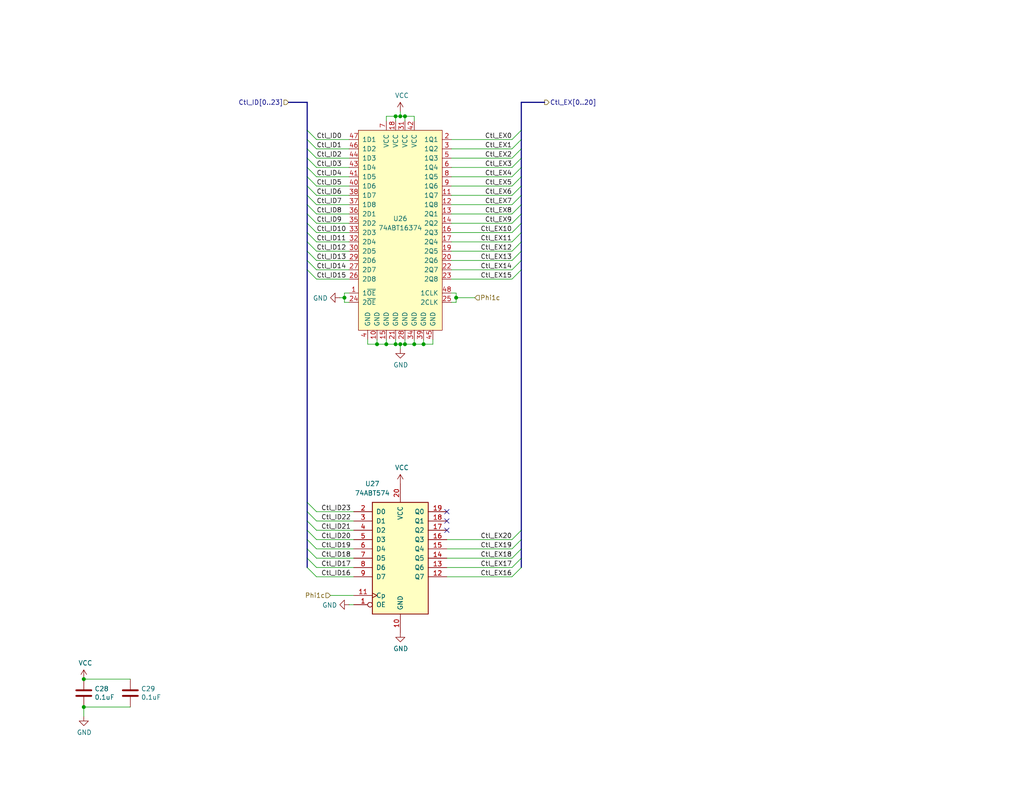
<source format=kicad_sch>
(kicad_sch (version 20250114) (generator "eeschema") (generator_version "9.0")
  (paper "USLetter")
  (title_block (title "ID/EX Control Register") (date "2025-07-01") (rev "A"))
  (lib_symbols
    (symbol "Device:C" (pin_numbers (hide yes)) (pin_names (offset 0.254))
      (property "Reference" "C" (at 0.635 2.54 0))
      (property "Value" "C" (at 0.635 -2.54 0))
      (symbol "C_0_1"
        (polyline (pts (xy -2.032 0.762) (xy 2.032 0.762)) (stroke (width 0.508)))
        (polyline (pts (xy -2.032 -0.762) (xy 2.032 -0.762)) (stroke (width 0.508)))
      )
      (symbol "C_1_1"
        (pin passive line (at 0 3.81 270) (length 2.794) (name "~") (number "1"))
        (pin passive line (at 0 -3.81 90) (length 2.794) (name "~") (number "2"))
      )
    )
    (symbol "Turtle16:74ABT16374" (pin_names (offset 1.016))
      (symbol "74ABT16374_0_0"
        (pin input line (at -13.97 21.59 0) (length 2.54) (name "1D1") (number "47"))
        (pin input line (at -13.97 19.05 0) (length 2.54) (name "1D2") (number "46"))
        (pin input line (at -13.97 16.51 0) (length 2.54) (name "1D3") (number "44"))
        (pin input line (at -13.97 13.97 0) (length 2.54) (name "1D4") (number "43"))
        (pin input line (at -13.97 11.43 0) (length 2.54) (name "1D5") (number "41"))
        (pin input line (at -13.97 8.89 0) (length 2.54) (name "1D6") (number "40"))
        (pin input line (at -13.97 6.35 0) (length 2.54) (name "1D7") (number "38"))
        (pin input line (at -13.97 3.81 0) (length 2.54) (name "1D8") (number "37"))
        (pin input line (at -13.97 1.27 0) (length 2.54) (name "2D1") (number "36"))
        (pin input line (at -13.97 -1.27 0) (length 2.54) (name "2D2") (number "35"))
        (pin input line (at -13.97 -3.81 0) (length 2.54) (name "2D3") (number "33"))
        (pin input line (at -13.97 -6.35 0) (length 2.54) (name "2D4") (number "32"))
        (pin input line (at -13.97 -8.89 0) (length 2.54) (name "2D5") (number "30"))
        (pin input line (at -13.97 -11.43 0) (length 2.54) (name "2D6") (number "29"))
        (pin input line (at -13.97 -13.97 0) (length 2.54) (name "2D7") (number "27"))
        (pin input line (at -13.97 -16.51 0) (length 2.54) (name "2D8") (number "26"))
        (pin input line (at -13.97 -20.32 0) (length 2.54) (name "1~{OE}") (number "1"))
        (pin input line (at -13.97 -22.86 0) (length 2.54) (name "2~{OE}") (number "24"))
        (pin power_in line (at -8.89 -33.02 90) (length 2.54) (name "GND") (number "4"))
        (pin power_in line (at -6.35 -33.02 90) (length 2.54) (name "GND") (number "10"))
        (pin power_in line (at -3.81 26.67 270) (length 2.54) (name "VCC") (number "7"))
        (pin power_in line (at -3.81 -33.02 90) (length 2.54) (name "GND") (number "15"))
        (pin power_in line (at -1.27 26.67 270) (length 2.54) (name "VCC") (number "18"))
        (pin power_in line (at -1.27 -33.02 90) (length 2.54) (name "GND") (number "21"))
        (pin power_in line (at 1.27 26.67 270) (length 2.54) (name "VCC") (number "31"))
        (pin power_in line (at 1.27 -33.02 90) (length 2.54) (name "GND") (number "28"))
        (pin power_in line (at 3.81 26.67 270) (length 2.54) (name "VCC") (number "42"))
        (pin power_in line (at 3.81 -33.02 90) (length 2.54) (name "GND") (number "34"))
        (pin power_in line (at 6.35 -33.02 90) (length 2.54) (name "GND") (number "39"))
        (pin power_in line (at 8.89 -33.02 90) (length 2.54) (name "GND") (number "45"))
        (pin tri_state line (at 13.97 21.59 180) (length 2.54) (name "1Q1") (number "2"))
        (pin tri_state line (at 13.97 19.05 180) (length 2.54) (name "1Q2") (number "3"))
        (pin tri_state line (at 13.97 16.51 180) (length 2.54) (name "1Q3") (number "5"))
        (pin tri_state line (at 13.97 13.97 180) (length 2.54) (name "1Q4") (number "6"))
        (pin tri_state line (at 13.97 11.43 180) (length 2.54) (name "1Q5") (number "8"))
        (pin tri_state line (at 13.97 8.89 180) (length 2.54) (name "1Q6") (number "9"))
        (pin tri_state line (at 13.97 6.35 180) (length 2.54) (name "1Q7") (number "11"))
        (pin tri_state line (at 13.97 3.81 180) (length 2.54) (name "1Q8") (number "12"))
        (pin tri_state line (at 13.97 1.27 180) (length 2.54) (name "2Q1") (number "13"))
        (pin tri_state line (at 13.97 -1.27 180) (length 2.54) (name "2Q2") (number "14"))
        (pin tri_state line (at 13.97 -3.81 180) (length 2.54) (name "2Q3") (number "16"))
        (pin tri_state line (at 13.97 -6.35 180) (length 2.54) (name "2Q4") (number "17"))
        (pin tri_state line (at 13.97 -8.89 180) (length 2.54) (name "2Q5") (number "19"))
        (pin tri_state line (at 13.97 -11.43 180) (length 2.54) (name "2Q6") (number "20"))
        (pin tri_state line (at 13.97 -13.97 180) (length 2.54) (name "2Q7") (number "22"))
        (pin tri_state line (at 13.97 -16.51 180) (length 2.54) (name "2Q8") (number "23"))
        (pin input line (at 13.97 -20.32 180) (length 2.54) (name "1CLK") (number "48"))
        (pin input line (at 13.97 -22.86 180) (length 2.54) (name "2CLK") (number "25"))
      )
      (symbol "74ABT16374_0_1"
        (rectangle (start -11.43 24.13) (end 11.43 -30.48) (fill (type background)))
      )
    )
    (symbol "Turtle16:74ABT574" (pin_names (offset 1.016))
      (property "Reference" "U" (at -7.62 16.51 0))
      (property "Value" "74ABT574" (at -7.62 -16.51 0))
      (symbol "74ABT574_1_0"
        (pin input line (at -12.7 12.7 0) (length 5.08) (name "D0") (number "2"))
        (pin input line (at -12.7 10.16 0) (length 5.08) (name "D1") (number "3"))
        (pin input line (at -12.7 7.62 0) (length 5.08) (name "D2") (number "4"))
        (pin input line (at -12.7 5.08 0) (length 5.08) (name "D3") (number "5"))
        (pin input line (at -12.7 2.54 0) (length 5.08) (name "D4") (number "6"))
        (pin input line (at -12.7 0 0) (length 5.08) (name "D5") (number "7"))
        (pin input line (at -12.7 -2.54 0) (length 5.08) (name "D6") (number "8"))
        (pin input line (at -12.7 -5.08 0) (length 5.08) (name "D7") (number "9"))
        (pin input clock (at -12.7 -10.16 0) (length 5.08) (name "Cp") (number "11"))
        (pin input inverted (at -12.7 -12.7 0) (length 5.08) (name "OE") (number "1"))
        (pin power_in line (at 0 20.32 270) (length 5.08) (name "VCC") (number "20"))
        (pin power_in line (at 0 -20.32 90) (length 5.08) (name "GND") (number "10"))
        (pin tri_state line (at 12.7 12.7 180) (length 5.08) (name "Q0") (number "19"))
        (pin tri_state line (at 12.7 10.16 180) (length 5.08) (name "Q1") (number "18"))
        (pin tri_state line (at 12.7 7.62 180) (length 5.08) (name "Q2") (number "17"))
        (pin tri_state line (at 12.7 5.08 180) (length 5.08) (name "Q3") (number "16"))
        (pin tri_state line (at 12.7 2.54 180) (length 5.08) (name "Q4") (number "15"))
        (pin tri_state line (at 12.7 0 180) (length 5.08) (name "Q5") (number "14"))
        (pin tri_state line (at 12.7 -2.54 180) (length 5.08) (name "Q6") (number "13"))
        (pin tri_state line (at 12.7 -5.08 180) (length 5.08) (name "Q7") (number "12"))
      )
      (symbol "74ABT574_1_1"
        (rectangle (start -7.62 15.24) (end 7.62 -15.24) (stroke (width 0.254)) (fill (type background)))
      )
    )
    (symbol "power:GND" (power) (pin_numbers (hide yes)) (pin_names (offset 0) (hide yes))
      (property "Value" "GND" (at 0 -3.81 0))
      (symbol "GND_0_1"
        (polyline (pts (xy 0 0) (xy 0 -1.27) (xy 1.27 -1.27) (xy 0 -2.54) (xy -1.27 -1.27) (xy 0 -1.27)))
      )
      (symbol "GND_1_1"
        (pin power_in line (at 0 0 270) (length 0) (name "~") (number "1"))
      )
    )
    (symbol "power:VCC" (power) (pin_numbers (hide yes)) (pin_names (offset 0) (hide yes))
      (property "Value" "VCC" (at 0 3.556 0))
      (symbol "VCC_0_1"
        (polyline (pts (xy -0.762 1.27) (xy 0 2.54)))
        (polyline (pts (xy 0 2.54) (xy 0.762 1.27)))
        (polyline (pts (xy 0 0) (xy 0 2.54)))
      )
      (symbol "VCC_1_1"
        (pin power_in line (at 0 0 90) (length 0) (name "~") (number "1"))
      )
    )
  )
  (junction (at 110.49 31.75))
  (junction (at 110.49 93.98))
  (junction (at 107.95 31.75))
  (junction (at 22.86 193.04))
  (junction (at 93.98 81.28))
  (junction (at 22.86 185.42))
  (junction (at 124.46 81.28))
  (junction (at 107.95 93.98))
  (junction (at 109.22 31.75))
  (junction (at 109.22 93.98))
  (junction (at 105.41 93.98))
  (junction (at 102.87 93.98))
  (junction (at 113.03 93.98))
  (junction (at 115.57 93.98))
  (no_connect (at 121.92 139.7))
  (no_connect (at 121.92 142.24))
  (no_connect (at 121.92 144.78))
  (bus_entry (at 142.24 53.34) (size -2.54 2.54))
  (bus_entry (at 83.82 55.88) (size 2.54 2.54))
  (bus_entry (at 142.24 68.58) (size -2.54 2.54))
  (bus_entry (at 83.82 58.42) (size 2.54 2.54))
  (bus_entry (at 142.24 43.18) (size -2.54 2.54))
  (bus_entry (at 83.82 152.4) (size 2.54 2.54))
  (bus_entry (at 83.82 144.78) (size 2.54 2.54))
  (bus_entry (at 142.24 38.1) (size -2.54 2.54))
  (bus_entry (at 142.24 152.4) (size -2.54 2.54))
  (bus_entry (at 142.24 71.12) (size -2.54 2.54))
  (bus_entry (at 142.24 40.64) (size -2.54 2.54))
  (bus_entry (at 83.82 60.96) (size 2.54 2.54))
  (bus_entry (at 83.82 43.18) (size 2.54 2.54))
  (bus_entry (at 83.82 137.16) (size 2.54 2.54))
  (bus_entry (at 83.82 139.7) (size 2.54 2.54))
  (bus_entry (at 83.82 142.24) (size 2.54 2.54))
  (bus_entry (at 142.24 35.56) (size -2.54 2.54))
  (bus_entry (at 83.82 63.5) (size 2.54 2.54))
  (bus_entry (at 142.24 50.8) (size -2.54 2.54))
  (bus_entry (at 142.24 60.96) (size -2.54 2.54))
  (bus_entry (at 83.82 147.32) (size 2.54 2.54))
  (bus_entry (at 83.82 48.26) (size 2.54 2.54))
  (bus_entry (at 83.82 38.1) (size 2.54 2.54))
  (bus_entry (at 142.24 63.5) (size -2.54 2.54))
  (bus_entry (at 83.82 35.56) (size 2.54 2.54))
  (bus_entry (at 83.82 53.34) (size 2.54 2.54))
  (bus_entry (at 83.82 45.72) (size 2.54 2.54))
  (bus_entry (at 83.82 68.58) (size 2.54 2.54))
  (bus_entry (at 142.24 48.26) (size -2.54 2.54))
  (bus_entry (at 142.24 154.94) (size -2.54 2.54))
  (bus_entry (at 142.24 149.86) (size -2.54 2.54))
  (bus_entry (at 142.24 45.72) (size -2.54 2.54))
  (bus_entry (at 142.24 58.42) (size -2.54 2.54))
  (bus_entry (at 83.82 149.86) (size 2.54 2.54))
  (bus_entry (at 142.24 66.04) (size -2.54 2.54))
  (bus_entry (at 142.24 55.88) (size -2.54 2.54))
  (bus_entry (at 142.24 147.32) (size -2.54 2.54))
  (bus_entry (at 83.82 50.8) (size 2.54 2.54))
  (bus_entry (at 142.24 144.78) (size -2.54 2.54))
  (bus_entry (at 83.82 66.04) (size 2.54 2.54))
  (bus_entry (at 83.82 71.12) (size 2.54 2.54))
  (bus_entry (at 83.82 154.94) (size 2.54 2.54))
  (bus_entry (at 83.82 40.64) (size 2.54 2.54))
  (bus_entry (at 83.82 73.66) (size 2.54 2.54))
  (bus_entry (at 142.24 73.66) (size -2.54 2.54))
  (wire (pts (xy 86.36 43.18) (xy 95.25 43.18)))
  (bus (pts (xy 83.82 38.1) (xy 83.82 40.64)))
  (wire (pts (xy 139.7 154.94) (xy 121.92 154.94)))
  (wire (pts (xy 124.46 82.55) (xy 123.19 82.55)))
  (bus (pts (xy 83.82 27.94) (xy 83.82 35.56)))
  (wire (pts (xy 100.33 92.71) (xy 100.33 93.98)))
  (bus (pts (xy 142.24 27.94) (xy 142.24 35.56)))
  (wire (pts (xy 139.7 60.96) (xy 123.19 60.96)))
  (wire (pts (xy 139.7 38.1) (xy 123.19 38.1)))
  (wire (pts (xy 115.57 92.71) (xy 115.57 93.98)))
  (wire (pts (xy 107.95 93.98) (xy 109.22 93.98)))
  (wire (pts (xy 35.56 193.04) (xy 22.86 193.04)))
  (wire (pts (xy 86.36 53.34) (xy 95.25 53.34)))
  (wire (pts (xy 107.95 31.75) (xy 109.22 31.75)))
  (wire (pts (xy 86.36 68.58) (xy 95.25 68.58)))
  (bus (pts (xy 83.82 35.56) (xy 83.82 38.1)))
  (wire (pts (xy 86.36 66.04) (xy 95.25 66.04)))
  (bus (pts (xy 142.24 45.72) (xy 142.24 48.26)))
  (wire (pts (xy 139.7 157.48) (xy 121.92 157.48)))
  (bus (pts (xy 83.82 152.4) (xy 83.82 154.94)))
  (wire (pts (xy 86.36 55.88) (xy 95.25 55.88)))
  (wire (pts (xy 109.22 93.98) (xy 109.22 95.25)))
  (wire (pts (xy 139.7 55.88) (xy 123.19 55.88)))
  (bus (pts (xy 83.82 137.16) (xy 83.82 139.7)))
  (wire (pts (xy 113.03 31.75) (xy 113.03 33.02)))
  (wire (pts (xy 139.7 43.18) (xy 123.19 43.18)))
  (wire (pts (xy 93.98 81.28) (xy 93.98 82.55)))
  (wire (pts (xy 109.22 31.75) (xy 110.49 31.75)))
  (bus (pts (xy 142.24 53.34) (xy 142.24 55.88)))
  (wire (pts (xy 109.22 93.98) (xy 110.49 93.98)))
  (bus (pts (xy 83.82 43.18) (xy 83.82 45.72)))
  (bus (pts (xy 142.24 35.56) (xy 142.24 38.1)))
  (wire (pts (xy 139.7 66.04) (xy 123.19 66.04)))
  (bus (pts (xy 142.24 149.86) (xy 142.24 152.4)))
  (bus (pts (xy 142.24 55.88) (xy 142.24 58.42)))
  (bus (pts (xy 83.82 68.58) (xy 83.82 71.12)))
  (bus (pts (xy 142.24 40.64) (xy 142.24 43.18)))
  (bus (pts (xy 142.24 147.32) (xy 142.24 149.86)))
  (wire (pts (xy 105.41 92.71) (xy 105.41 93.98)))
  (wire (pts (xy 139.7 53.34) (xy 123.19 53.34)))
  (bus (pts (xy 83.82 144.78) (xy 83.82 147.32)))
  (wire (pts (xy 86.36 73.66) (xy 95.25 73.66)))
  (wire (pts (xy 86.36 144.78) (xy 96.52 144.78)))
  (bus (pts (xy 83.82 63.5) (xy 83.82 66.04)))
  (wire (pts (xy 102.87 92.71) (xy 102.87 93.98)))
  (wire (pts (xy 86.36 63.5) (xy 95.25 63.5)))
  (wire (pts (xy 110.49 93.98) (xy 113.03 93.98)))
  (wire (pts (xy 86.36 58.42) (xy 95.25 58.42)))
  (bus (pts (xy 148.59 27.94) (xy 142.24 27.94)))
  (wire (pts (xy 86.36 149.86) (xy 96.52 149.86)))
  (wire (pts (xy 139.7 147.32) (xy 121.92 147.32)))
  (wire (pts (xy 139.7 152.4) (xy 121.92 152.4)))
  (bus (pts (xy 142.24 63.5) (xy 142.24 66.04)))
  (wire (pts (xy 86.36 76.2) (xy 95.25 76.2)))
  (bus (pts (xy 142.24 73.66) (xy 142.24 144.78)))
  (wire (pts (xy 86.36 45.72) (xy 95.25 45.72)))
  (bus (pts (xy 142.24 66.04) (xy 142.24 68.58)))
  (wire (pts (xy 22.86 195.58) (xy 22.86 193.04)))
  (wire (pts (xy 86.36 71.12) (xy 95.25 71.12)))
  (wire (pts (xy 123.19 80.01) (xy 124.46 80.01)))
  (wire (pts (xy 86.36 147.32) (xy 96.52 147.32)))
  (wire (pts (xy 93.98 80.01) (xy 93.98 81.28)))
  (wire (pts (xy 109.22 30.48) (xy 109.22 31.75)))
  (bus (pts (xy 142.24 58.42) (xy 142.24 60.96)))
  (wire (pts (xy 86.36 38.1) (xy 95.25 38.1)))
  (wire (pts (xy 110.49 31.75) (xy 113.03 31.75)))
  (wire (pts (xy 118.11 93.98) (xy 118.11 92.71)))
  (wire (pts (xy 86.36 157.48) (xy 96.52 157.48)))
  (bus (pts (xy 142.24 152.4) (xy 142.24 154.94)))
  (wire (pts (xy 139.7 50.8) (xy 123.19 50.8)))
  (wire (pts (xy 102.87 93.98) (xy 105.41 93.98)))
  (wire (pts (xy 90.17 162.56) (xy 96.52 162.56)))
  (wire (pts (xy 107.95 92.71) (xy 107.95 93.98)))
  (bus (pts (xy 83.82 50.8) (xy 83.82 53.34)))
  (bus (pts (xy 83.82 71.12) (xy 83.82 73.66)))
  (wire (pts (xy 107.95 33.02) (xy 107.95 31.75)))
  (bus (pts (xy 83.82 73.66) (xy 83.82 137.16)))
  (wire (pts (xy 124.46 81.28) (xy 129.54 81.28)))
  (wire (pts (xy 110.49 92.71) (xy 110.49 93.98)))
  (wire (pts (xy 86.36 48.26) (xy 95.25 48.26)))
  (wire (pts (xy 86.36 142.24) (xy 96.52 142.24)))
  (wire (pts (xy 86.36 152.4) (xy 96.52 152.4)))
  (bus (pts (xy 142.24 43.18) (xy 142.24 45.72)))
  (wire (pts (xy 105.41 33.02) (xy 105.41 31.75)))
  (bus (pts (xy 83.82 149.86) (xy 83.82 152.4)))
  (wire (pts (xy 113.03 93.98) (xy 115.57 93.98)))
  (bus (pts (xy 142.24 38.1) (xy 142.24 40.64)))
  (wire (pts (xy 93.98 81.28) (xy 92.71 81.28)))
  (wire (pts (xy 139.7 63.5) (xy 123.19 63.5)))
  (bus (pts (xy 83.82 45.72) (xy 83.82 48.26)))
  (wire (pts (xy 105.41 93.98) (xy 107.95 93.98)))
  (bus (pts (xy 83.82 53.34) (xy 83.82 55.88)))
  (wire (pts (xy 139.7 48.26) (xy 123.19 48.26)))
  (bus (pts (xy 142.24 144.78) (xy 142.24 147.32)))
  (wire (pts (xy 100.33 93.98) (xy 102.87 93.98)))
  (wire (pts (xy 115.57 93.98) (xy 118.11 93.98)))
  (bus (pts (xy 78.74 27.94) (xy 83.82 27.94)))
  (bus (pts (xy 83.82 142.24) (xy 83.82 144.78)))
  (wire (pts (xy 139.7 68.58) (xy 123.19 68.58)))
  (wire (pts (xy 113.03 92.71) (xy 113.03 93.98)))
  (wire (pts (xy 139.7 45.72) (xy 123.19 45.72)))
  (bus (pts (xy 83.82 48.26) (xy 83.82 50.8)))
  (bus (pts (xy 83.82 40.64) (xy 83.82 43.18)))
  (wire (pts (xy 110.49 33.02) (xy 110.49 31.75)))
  (bus (pts (xy 83.82 147.32) (xy 83.82 149.86)))
  (wire (pts (xy 95.25 165.1) (xy 96.52 165.1)))
  (wire (pts (xy 139.7 40.64) (xy 123.19 40.64)))
  (bus (pts (xy 83.82 66.04) (xy 83.82 68.58)))
  (bus (pts (xy 142.24 48.26) (xy 142.24 50.8)))
  (bus (pts (xy 142.24 71.12) (xy 142.24 73.66)))
  (bus (pts (xy 83.82 139.7) (xy 83.82 142.24)))
  (wire (pts (xy 95.25 80.01) (xy 93.98 80.01)))
  (wire (pts (xy 86.36 40.64) (xy 95.25 40.64)))
  (wire (pts (xy 22.86 185.42) (xy 35.56 185.42)))
  (wire (pts (xy 86.36 139.7) (xy 96.52 139.7)))
  (bus (pts (xy 142.24 68.58) (xy 142.24 71.12)))
  (bus (pts (xy 83.82 58.42) (xy 83.82 60.96)))
  (wire (pts (xy 139.7 149.86) (xy 121.92 149.86)))
  (wire (pts (xy 124.46 80.01) (xy 124.46 81.28)))
  (bus (pts (xy 83.82 60.96) (xy 83.82 63.5)))
  (wire (pts (xy 139.7 76.2) (xy 123.19 76.2)))
  (wire (pts (xy 86.36 50.8) (xy 95.25 50.8)))
  (wire (pts (xy 139.7 71.12) (xy 123.19 71.12)))
  (bus (pts (xy 83.82 55.88) (xy 83.82 58.42)))
  (bus (pts (xy 142.24 50.8) (xy 142.24 53.34)))
  (wire (pts (xy 93.98 82.55) (xy 95.25 82.55)))
  (wire (pts (xy 105.41 31.75) (xy 107.95 31.75)))
  (wire (pts (xy 139.7 58.42) (xy 123.19 58.42)))
  (wire (pts (xy 86.36 154.94) (xy 96.52 154.94)))
  (wire (pts (xy 139.7 73.66) (xy 123.19 73.66)))
  (wire (pts (xy 124.46 81.28) (xy 124.46 82.55)))
  (wire (pts (xy 86.36 60.96) (xy 95.25 60.96)))
  (bus (pts (xy 142.24 60.96) (xy 142.24 63.5)))
  (label "Ctl_EX0" (at 139.7 38.1 180))
  (label "Ctl_EX11" (at 139.7 66.04 180))
  (label "Ctl_EX8" (at 139.7 58.42 180))
  (label "Ctl_ID14" (at 86.36 73.66 0))
  (label "Ctl_ID12" (at 86.36 68.58 0))
  (label "Ctl_EX9" (at 139.7 60.96 180))
  (label "Ctl_ID17" (at 87.63 154.94 0))
  (label "Ctl_EX10" (at 139.7 63.5 180))
  (label "Ctl_EX16" (at 139.7 157.48 180))
  (label "Ctl_ID7" (at 86.36 55.88 0))
  (label "Ctl_ID0" (at 86.36 38.1 0))
  (label "Ctl_ID3" (at 86.36 45.72 0))
  (label "Ctl_EX18" (at 139.7 152.4 180))
  (label "Ctl_EX12" (at 139.7 68.58 180))
  (label "Ctl_ID22" (at 87.63 142.24 0))
  (label "Ctl_EX20" (at 139.7 147.32 180))
  (label "Ctl_EX15" (at 139.7 76.2 180))
  (label "Ctl_ID21" (at 87.63 144.78 0))
  (label "Ctl_ID2" (at 86.36 43.18 0))
  (label "Ctl_ID15" (at 86.36 76.2 0))
  (label "Ctl_EX5" (at 139.7 50.8 180))
  (label "Ctl_ID13" (at 86.36 71.12 0))
  (label "Ctl_ID4" (at 86.36 48.26 0))
  (label "Ctl_EX7" (at 139.7 55.88 180))
  (label "Ctl_EX17" (at 139.7 154.94 180))
  (label "Ctl_EX1" (at 139.7 40.64 180))
  (label "Ctl_ID11" (at 86.36 66.04 0))
  (label "Ctl_EX2" (at 139.7 43.18 180))
  (label "Ctl_ID16" (at 87.63 157.48 0))
  (label "Ctl_ID6" (at 86.36 53.34 0))
  (label "Ctl_ID1" (at 86.36 40.64 0))
  (label "Ctl_ID8" (at 86.36 58.42 0))
  (label "Ctl_EX6" (at 139.7 53.34 180))
  (label "Ctl_ID20" (at 87.63 147.32 0))
  (label "Ctl_ID18" (at 87.63 152.4 0))
  (label "Ctl_ID19" (at 87.63 149.86 0))
  (label "Ctl_EX3" (at 139.7 45.72 180))
  (label "Ctl_ID10" (at 86.36 63.5 0))
  (label "Ctl_ID9" (at 86.36 60.96 0))
  (label "Ctl_EX4" (at 139.7 48.26 180))
  (label "Ctl_ID23" (at 87.63 139.7 0))
  (label "Ctl_EX19" (at 139.7 149.86 180))
  (label "Ctl_ID5" (at 86.36 50.8 0))
  (label "Ctl_EX14" (at 139.7 73.66 180))
  (label "Ctl_EX13" (at 139.7 71.12 180))
  (hierarchical_label "Ctl_ID[0..23]" (shape input) (at 78.74 27.94 180))
  (hierarchical_label "Phi1c" (shape input) (at 129.54 81.28 0))
  (hierarchical_label "Ctl_EX[0..20]" (shape output) (at 148.59 27.94 0))
  (hierarchical_label "Phi1c" (shape input) (at 90.17 162.56 180))
  (symbol (lib_id "Device:C") (at 22.86 189.23 0) (unit 1)
    (property "Reference" "C28" (at 25.781 188.0616 0) (effects (justify left)))
    (property "Value" "0.1uF" (at 25.781 190.373 0) (effects (justify left)))
    (property "Footprint" "Capacitor_SMD:C_0603_1608Metric" (effects (hide yes)))
    (property "Datasheet" "https://www.mouser.com/datasheet/2/396/taiyo_yuden_12132018_mlcc11_hq_e-1510082.pdf" (effects (hide yes)))
    (property "Manufacturer" "Taiyo Yuden" (effects (hide yes)))
    (property "Manufacturer#" "EMK107B7104KAHT" (effects (hide yes)))
    (property "Mouser#" "963-EMK107B7104KAHT" (effects (hide yes)))
    (property "Digikey#" "587-6004-1-ND" (effects (hide yes)))
    (instances (project "" (path "" (reference "C28") (unit 1))) (project "" (path "" (reference "C15") (unit 1))))
  )
  (symbol (lib_id "power:VCC") (at 22.86 185.42 0) (unit 1)
    (property "Reference" "#PWR0590" (effects (hide yes)))
    (property "Value" "VCC" (at 23.2918 181.0258 0))
    (property "Description" "Power symbol creates a global label with name \"VCC\"" (effects (hide yes)))
    (instances (project "" (path "" (reference "#PWR0590") (unit 1))) (project "" (path "" (reference "#PWR068") (unit 1))))
  )
  (symbol (lib_id "power:GND") (at 22.86 195.58 0) (unit 1)
    (property "Reference" "#PWR0591" (effects (hide yes)))
    (property "Value" "GND" (at 22.987 199.9742 0))
    (property "Description" "Power symbol creates a global label with name \"GND\" , ground" (effects (hide yes)))
    (instances (project "" (path "" (reference "#PWR0591") (unit 1))) (project "" (path "" (reference "#PWR069") (unit 1))))
  )
  (symbol (lib_id "Device:C") (at 35.56 189.23 0) (unit 1)
    (property "Reference" "C29" (at 38.481 188.0616 0) (effects (justify left)))
    (property "Value" "0.1uF" (at 38.481 190.373 0) (effects (justify left)))
    (property "Footprint" "Capacitor_SMD:C_0603_1608Metric" (effects (hide yes)))
    (property "Datasheet" "https://www.mouser.com/datasheet/2/396/taiyo_yuden_12132018_mlcc11_hq_e-1510082.pdf" (effects (hide yes)))
    (property "Manufacturer" "Taiyo Yuden" (effects (hide yes)))
    (property "Manufacturer#" "EMK107B7104KAHT" (effects (hide yes)))
    (property "Mouser#" "963-EMK107B7104KAHT" (effects (hide yes)))
    (property "Digikey#" "587-6004-1-ND" (effects (hide yes)))
    (instances (project "" (path "" (reference "C29") (unit 1))) (project "" (path "" (reference "C16") (unit 1))))
  )
  (symbol (lib_id "power:GND") (at 109.22 172.72 0) (unit 1)
    (property "Reference" "#PWR0589" (effects (hide yes)))
    (property "Value" "GND" (at 109.347 177.1142 0))
    (property "Description" "Power symbol creates a global label with name \"GND\" , ground" (effects (hide yes)))
    (instances (project "" (path "" (reference "#PWR0589") (unit 1))) (project "" (path "" (reference "#PWR075") (unit 1))))
  )
  (symbol (lib_id "power:VCC") (at 109.22 132.08 0) (unit 1)
    (property "Reference" "#PWR0587" (effects (hide yes)))
    (property "Value" "VCC" (at 109.6518 127.6858 0))
    (property "Description" "Power symbol creates a global label with name \"VCC\"" (effects (hide yes)))
    (instances (project "" (path "" (reference "#PWR0587") (unit 1))) (project "" (path "" (reference "#PWR074") (unit 1))))
  )
  (symbol (lib_id "Turtle16:74ABT574") (at 109.22 152.4 0) (unit 1)
    (property "Reference" "U27" (at 101.6 132.08 0))
    (property "Value" "74ABT574" (at 101.6 134.62 0))
    (property "Footprint" "Package_SO:TSSOP-20_4.4x6.5mm_P0.65mm" (effects (hide yes)))
    (property "Datasheet" "https://www.ti.com/general/docs/suppproductinfo.tsp?distId=26&gotoUrl=https://www.ti.com/lit/gpn/sn74abt574a" (effects (hide yes)))
    (property "Manufacturer" "Texas Instruments" (effects (hide yes)))
    (property "Manufacturer#" "SN74ABT574APW" (effects (hide yes)))
    (property "Mouser#" "595-SN74ABT574APW" (effects (hide yes)))
    (property "Digikey#" "296-33631-5-ND" (effects (hide yes)))
    (instances (project "" (path "" (reference "U27") (unit 1))) (project "" (path "" (reference "U16") (unit 1))))
  )
  (symbol (lib_id "power:GND") (at 95.25 165.1 270) (unit 1)
    (property "Reference" "#PWR0588" (effects (hide yes)))
    (property "Value" "GND" (at 91.9988 165.227 90) (effects (justify right)))
    (property "Description" "Power symbol creates a global label with name \"GND\" , ground" (effects (hide yes)))
    (instances (project "" (path "" (reference "#PWR0588") (unit 1))) (project "" (path "" (reference "#PWR071") (unit 1))))
  )
  (symbol (lib_id "power:GND") (at 92.71 81.28 270) (unit 1)
    (property "Reference" "#PWR0585" (effects (hide yes)))
    (property "Value" "GND" (at 89.4588 81.407 90) (effects (justify right)))
    (property "Description" "Power symbol creates a global label with name \"GND\" , ground" (effects (hide yes)))
    (instances (project "" (path "" (reference "#PWR0585") (unit 1))) (project "" (path "" (reference "#PWR070") (unit 1))))
  )
  (symbol (lib_id "power:VCC") (at 109.22 30.48 0) (unit 1)
    (property "Reference" "#PWR0584" (effects (hide yes)))
    (property "Value" "VCC" (at 109.6518 26.0858 0))
    (property "Description" "Power symbol creates a global label with name \"VCC\"" (effects (hide yes)))
    (instances (project "" (path "" (reference "#PWR0584") (unit 1))) (project "" (path "" (reference "#PWR072") (unit 1))))
  )
  (symbol (lib_id "power:GND") (at 109.22 95.25 0) (unit 1)
    (property "Reference" "#PWR0586" (effects (hide yes)))
    (property "Value" "GND" (at 109.347 99.6442 0))
    (property "Description" "Power symbol creates a global label with name \"GND\" , ground" (effects (hide yes)))
    (instances (project "" (path "" (reference "#PWR0586") (unit 1))) (project "" (path "" (reference "#PWR073") (unit 1))))
  )
  (symbol (lib_id "Turtle16:74ABT16374") (at 109.22 59.69 0) (unit 1)
    (property "Reference" "U26" (at 109.22 59.69 0))
    (property "Value" "74ABT16374" (at 109.22 62.23 0))
    (property "Footprint" "Package_SO:TSSOP-48_6.1x12.5mm_P0.5mm" (effects (hide yes)))
    (property "Datasheet" "https://www.ti.com/general/docs/suppproductinfo.tsp?distId=26&gotoUrl=https://www.ti.com/lit/gpn/sn74abt16374a" (effects (hide yes)))
    (property "Manufacturer" "Texas Instruments" (effects (hide yes)))
    (property "Manufacturer#" "SN74ABT16374ADGGR" (effects (hide yes)))
    (property "Mouser#" "595-SNABT16374ADGGR" (effects (hide yes)))
    (property "Digikey#" "296-3900-1-ND" (effects (hide yes)))
    (instances (project "" (path "" (reference "U26") (unit 1))) (project "" (path "" (reference "U15") (unit 1))))
  )
)
</source>
